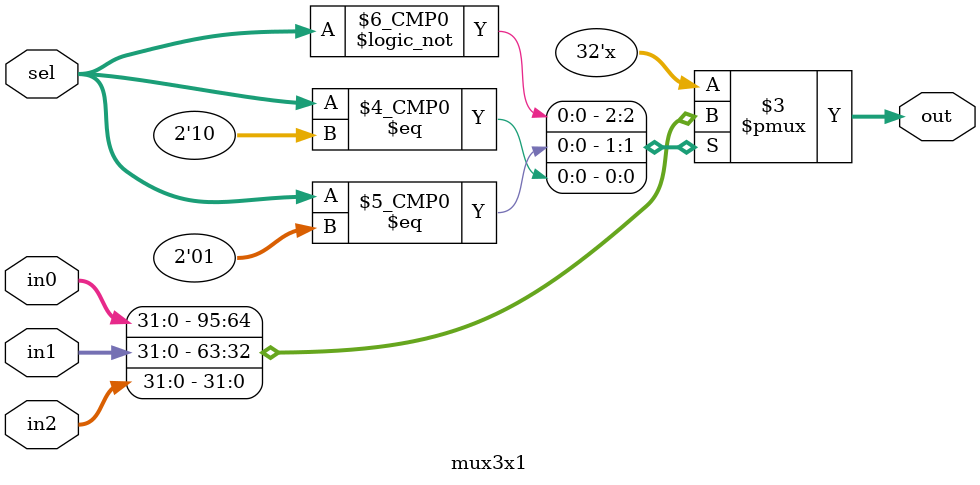
<source format=v>
module mux3x1(in0, in1, in2, sel, out);

input [31:0]in0, in1, in2;
input [1:0]sel;

output reg [31:0]out;

always @(*)
begin
	case(sel)
		2'b00 : out = in0;
		2'b01 : out = in1;
		2'b10 : out = in2;
	endcase
end

endmodule


</source>
